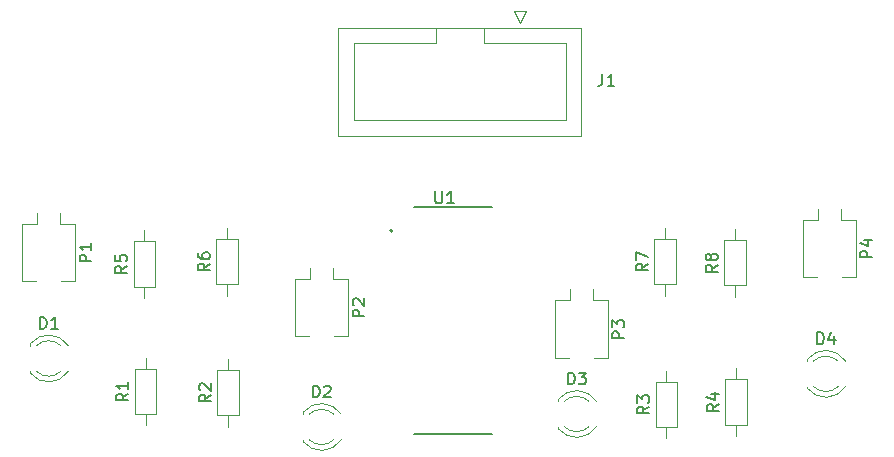
<source format=gbr>
%TF.GenerationSoftware,KiCad,Pcbnew,6.0.6-3a73a75311~116~ubuntu20.04.1*%
%TF.CreationDate,2022-08-01T12:42:22+05:30*%
%TF.ProjectId,LSA,4c53412e-6b69-4636-9164-5f7063625858,rev?*%
%TF.SameCoordinates,Original*%
%TF.FileFunction,Legend,Top*%
%TF.FilePolarity,Positive*%
%FSLAX46Y46*%
G04 Gerber Fmt 4.6, Leading zero omitted, Abs format (unit mm)*
G04 Created by KiCad (PCBNEW 6.0.6-3a73a75311~116~ubuntu20.04.1) date 2022-08-01 12:42:22*
%MOMM*%
%LPD*%
G01*
G04 APERTURE LIST*
%ADD10C,0.150000*%
%ADD11C,0.120000*%
%ADD12C,0.127000*%
%ADD13C,0.200000*%
G04 APERTURE END LIST*
D10*
%TO.C,D4*%
X118656904Y-85492380D02*
X118656904Y-84492380D01*
X118895000Y-84492380D01*
X119037857Y-84540000D01*
X119133095Y-84635238D01*
X119180714Y-84730476D01*
X119228333Y-84920952D01*
X119228333Y-85063809D01*
X119180714Y-85254285D01*
X119133095Y-85349523D01*
X119037857Y-85444761D01*
X118895000Y-85492380D01*
X118656904Y-85492380D01*
X120085476Y-84825714D02*
X120085476Y-85492380D01*
X119847380Y-84444761D02*
X119609285Y-85159047D01*
X120228333Y-85159047D01*
%TO.C,J1*%
X100486666Y-62604880D02*
X100486666Y-63319166D01*
X100439047Y-63462023D01*
X100343809Y-63557261D01*
X100200952Y-63604880D01*
X100105714Y-63604880D01*
X101486666Y-63604880D02*
X100915238Y-63604880D01*
X101200952Y-63604880D02*
X101200952Y-62604880D01*
X101105714Y-62747738D01*
X101010476Y-62842976D01*
X100915238Y-62890595D01*
%TO.C,R4*%
X110332380Y-90566666D02*
X109856190Y-90900000D01*
X110332380Y-91138095D02*
X109332380Y-91138095D01*
X109332380Y-90757142D01*
X109380000Y-90661904D01*
X109427619Y-90614285D01*
X109522857Y-90566666D01*
X109665714Y-90566666D01*
X109760952Y-90614285D01*
X109808571Y-90661904D01*
X109856190Y-90757142D01*
X109856190Y-91138095D01*
X109665714Y-89709523D02*
X110332380Y-89709523D01*
X109284761Y-89947619D02*
X109999047Y-90185714D01*
X109999047Y-89566666D01*
%TO.C,R6*%
X67232380Y-78666666D02*
X66756190Y-79000000D01*
X67232380Y-79238095D02*
X66232380Y-79238095D01*
X66232380Y-78857142D01*
X66280000Y-78761904D01*
X66327619Y-78714285D01*
X66422857Y-78666666D01*
X66565714Y-78666666D01*
X66660952Y-78714285D01*
X66708571Y-78761904D01*
X66756190Y-78857142D01*
X66756190Y-79238095D01*
X66232380Y-77809523D02*
X66232380Y-78000000D01*
X66280000Y-78095238D01*
X66327619Y-78142857D01*
X66470476Y-78238095D01*
X66660952Y-78285714D01*
X67041904Y-78285714D01*
X67137142Y-78238095D01*
X67184761Y-78190476D01*
X67232380Y-78095238D01*
X67232380Y-77904761D01*
X67184761Y-77809523D01*
X67137142Y-77761904D01*
X67041904Y-77714285D01*
X66803809Y-77714285D01*
X66708571Y-77761904D01*
X66660952Y-77809523D01*
X66613333Y-77904761D01*
X66613333Y-78095238D01*
X66660952Y-78190476D01*
X66708571Y-78238095D01*
X66803809Y-78285714D01*
%TO.C,R8*%
X110232380Y-78766666D02*
X109756190Y-79100000D01*
X110232380Y-79338095D02*
X109232380Y-79338095D01*
X109232380Y-78957142D01*
X109280000Y-78861904D01*
X109327619Y-78814285D01*
X109422857Y-78766666D01*
X109565714Y-78766666D01*
X109660952Y-78814285D01*
X109708571Y-78861904D01*
X109756190Y-78957142D01*
X109756190Y-79338095D01*
X109660952Y-78195238D02*
X109613333Y-78290476D01*
X109565714Y-78338095D01*
X109470476Y-78385714D01*
X109422857Y-78385714D01*
X109327619Y-78338095D01*
X109280000Y-78290476D01*
X109232380Y-78195238D01*
X109232380Y-78004761D01*
X109280000Y-77909523D01*
X109327619Y-77861904D01*
X109422857Y-77814285D01*
X109470476Y-77814285D01*
X109565714Y-77861904D01*
X109613333Y-77909523D01*
X109660952Y-78004761D01*
X109660952Y-78195238D01*
X109708571Y-78290476D01*
X109756190Y-78338095D01*
X109851428Y-78385714D01*
X110041904Y-78385714D01*
X110137142Y-78338095D01*
X110184761Y-78290476D01*
X110232380Y-78195238D01*
X110232380Y-78004761D01*
X110184761Y-77909523D01*
X110137142Y-77861904D01*
X110041904Y-77814285D01*
X109851428Y-77814285D01*
X109756190Y-77861904D01*
X109708571Y-77909523D01*
X109660952Y-78004761D01*
%TO.C,D1*%
X52856904Y-84192380D02*
X52856904Y-83192380D01*
X53095000Y-83192380D01*
X53237857Y-83240000D01*
X53333095Y-83335238D01*
X53380714Y-83430476D01*
X53428333Y-83620952D01*
X53428333Y-83763809D01*
X53380714Y-83954285D01*
X53333095Y-84049523D01*
X53237857Y-84144761D01*
X53095000Y-84192380D01*
X52856904Y-84192380D01*
X54380714Y-84192380D02*
X53809285Y-84192380D01*
X54095000Y-84192380D02*
X54095000Y-83192380D01*
X53999761Y-83335238D01*
X53904523Y-83430476D01*
X53809285Y-83478095D01*
%TO.C,D3*%
X97556904Y-88892380D02*
X97556904Y-87892380D01*
X97795000Y-87892380D01*
X97937857Y-87940000D01*
X98033095Y-88035238D01*
X98080714Y-88130476D01*
X98128333Y-88320952D01*
X98128333Y-88463809D01*
X98080714Y-88654285D01*
X98033095Y-88749523D01*
X97937857Y-88844761D01*
X97795000Y-88892380D01*
X97556904Y-88892380D01*
X98461666Y-87892380D02*
X99080714Y-87892380D01*
X98747380Y-88273333D01*
X98890238Y-88273333D01*
X98985476Y-88320952D01*
X99033095Y-88368571D01*
X99080714Y-88463809D01*
X99080714Y-88701904D01*
X99033095Y-88797142D01*
X98985476Y-88844761D01*
X98890238Y-88892380D01*
X98604523Y-88892380D01*
X98509285Y-88844761D01*
X98461666Y-88797142D01*
%TO.C,R3*%
X104432380Y-90766666D02*
X103956190Y-91100000D01*
X104432380Y-91338095D02*
X103432380Y-91338095D01*
X103432380Y-90957142D01*
X103480000Y-90861904D01*
X103527619Y-90814285D01*
X103622857Y-90766666D01*
X103765714Y-90766666D01*
X103860952Y-90814285D01*
X103908571Y-90861904D01*
X103956190Y-90957142D01*
X103956190Y-91338095D01*
X103432380Y-90433333D02*
X103432380Y-89814285D01*
X103813333Y-90147619D01*
X103813333Y-90004761D01*
X103860952Y-89909523D01*
X103908571Y-89861904D01*
X104003809Y-89814285D01*
X104241904Y-89814285D01*
X104337142Y-89861904D01*
X104384761Y-89909523D01*
X104432380Y-90004761D01*
X104432380Y-90290476D01*
X104384761Y-90385714D01*
X104337142Y-90433333D01*
%TO.C,P3*%
X102322380Y-84978095D02*
X101322380Y-84978095D01*
X101322380Y-84597142D01*
X101370000Y-84501904D01*
X101417619Y-84454285D01*
X101512857Y-84406666D01*
X101655714Y-84406666D01*
X101750952Y-84454285D01*
X101798571Y-84501904D01*
X101846190Y-84597142D01*
X101846190Y-84978095D01*
X101322380Y-84073333D02*
X101322380Y-83454285D01*
X101703333Y-83787619D01*
X101703333Y-83644761D01*
X101750952Y-83549523D01*
X101798571Y-83501904D01*
X101893809Y-83454285D01*
X102131904Y-83454285D01*
X102227142Y-83501904D01*
X102274761Y-83549523D01*
X102322380Y-83644761D01*
X102322380Y-83930476D01*
X102274761Y-84025714D01*
X102227142Y-84073333D01*
%TO.C,D2*%
X75956904Y-89992380D02*
X75956904Y-88992380D01*
X76195000Y-88992380D01*
X76337857Y-89040000D01*
X76433095Y-89135238D01*
X76480714Y-89230476D01*
X76528333Y-89420952D01*
X76528333Y-89563809D01*
X76480714Y-89754285D01*
X76433095Y-89849523D01*
X76337857Y-89944761D01*
X76195000Y-89992380D01*
X75956904Y-89992380D01*
X76909285Y-89087619D02*
X76956904Y-89040000D01*
X77052142Y-88992380D01*
X77290238Y-88992380D01*
X77385476Y-89040000D01*
X77433095Y-89087619D01*
X77480714Y-89182857D01*
X77480714Y-89278095D01*
X77433095Y-89420952D01*
X76861666Y-89992380D01*
X77480714Y-89992380D01*
%TO.C,R5*%
X60232380Y-78866666D02*
X59756190Y-79200000D01*
X60232380Y-79438095D02*
X59232380Y-79438095D01*
X59232380Y-79057142D01*
X59280000Y-78961904D01*
X59327619Y-78914285D01*
X59422857Y-78866666D01*
X59565714Y-78866666D01*
X59660952Y-78914285D01*
X59708571Y-78961904D01*
X59756190Y-79057142D01*
X59756190Y-79438095D01*
X59232380Y-77961904D02*
X59232380Y-78438095D01*
X59708571Y-78485714D01*
X59660952Y-78438095D01*
X59613333Y-78342857D01*
X59613333Y-78104761D01*
X59660952Y-78009523D01*
X59708571Y-77961904D01*
X59803809Y-77914285D01*
X60041904Y-77914285D01*
X60137142Y-77961904D01*
X60184761Y-78009523D01*
X60232380Y-78104761D01*
X60232380Y-78342857D01*
X60184761Y-78438095D01*
X60137142Y-78485714D01*
%TO.C,P4*%
X123322380Y-78138095D02*
X122322380Y-78138095D01*
X122322380Y-77757142D01*
X122370000Y-77661904D01*
X122417619Y-77614285D01*
X122512857Y-77566666D01*
X122655714Y-77566666D01*
X122750952Y-77614285D01*
X122798571Y-77661904D01*
X122846190Y-77757142D01*
X122846190Y-78138095D01*
X122655714Y-76709523D02*
X123322380Y-76709523D01*
X122274761Y-76947619D02*
X122989047Y-77185714D01*
X122989047Y-76566666D01*
%TO.C,U1*%
X86333595Y-72551880D02*
X86333595Y-73361404D01*
X86381214Y-73456642D01*
X86428833Y-73504261D01*
X86524071Y-73551880D01*
X86714547Y-73551880D01*
X86809785Y-73504261D01*
X86857404Y-73456642D01*
X86905023Y-73361404D01*
X86905023Y-72551880D01*
X87905023Y-73551880D02*
X87333595Y-73551880D01*
X87619309Y-73551880D02*
X87619309Y-72551880D01*
X87524071Y-72694738D01*
X87428833Y-72789976D01*
X87333595Y-72837595D01*
%TO.C,P1*%
X57222380Y-78478095D02*
X56222380Y-78478095D01*
X56222380Y-78097142D01*
X56270000Y-78001904D01*
X56317619Y-77954285D01*
X56412857Y-77906666D01*
X56555714Y-77906666D01*
X56650952Y-77954285D01*
X56698571Y-78001904D01*
X56746190Y-78097142D01*
X56746190Y-78478095D01*
X57222380Y-76954285D02*
X57222380Y-77525714D01*
X57222380Y-77240000D02*
X56222380Y-77240000D01*
X56365238Y-77335238D01*
X56460476Y-77430476D01*
X56508095Y-77525714D01*
%TO.C,R2*%
X67332380Y-89766666D02*
X66856190Y-90100000D01*
X67332380Y-90338095D02*
X66332380Y-90338095D01*
X66332380Y-89957142D01*
X66380000Y-89861904D01*
X66427619Y-89814285D01*
X66522857Y-89766666D01*
X66665714Y-89766666D01*
X66760952Y-89814285D01*
X66808571Y-89861904D01*
X66856190Y-89957142D01*
X66856190Y-90338095D01*
X66427619Y-89385714D02*
X66380000Y-89338095D01*
X66332380Y-89242857D01*
X66332380Y-89004761D01*
X66380000Y-88909523D01*
X66427619Y-88861904D01*
X66522857Y-88814285D01*
X66618095Y-88814285D01*
X66760952Y-88861904D01*
X67332380Y-89433333D01*
X67332380Y-88814285D01*
%TO.C,P2*%
X80322380Y-83138095D02*
X79322380Y-83138095D01*
X79322380Y-82757142D01*
X79370000Y-82661904D01*
X79417619Y-82614285D01*
X79512857Y-82566666D01*
X79655714Y-82566666D01*
X79750952Y-82614285D01*
X79798571Y-82661904D01*
X79846190Y-82757142D01*
X79846190Y-83138095D01*
X79417619Y-82185714D02*
X79370000Y-82138095D01*
X79322380Y-82042857D01*
X79322380Y-81804761D01*
X79370000Y-81709523D01*
X79417619Y-81661904D01*
X79512857Y-81614285D01*
X79608095Y-81614285D01*
X79750952Y-81661904D01*
X80322380Y-82233333D01*
X80322380Y-81614285D01*
%TO.C,R7*%
X104332380Y-78666666D02*
X103856190Y-79000000D01*
X104332380Y-79238095D02*
X103332380Y-79238095D01*
X103332380Y-78857142D01*
X103380000Y-78761904D01*
X103427619Y-78714285D01*
X103522857Y-78666666D01*
X103665714Y-78666666D01*
X103760952Y-78714285D01*
X103808571Y-78761904D01*
X103856190Y-78857142D01*
X103856190Y-79238095D01*
X103332380Y-78333333D02*
X103332380Y-77666666D01*
X104332380Y-78095238D01*
%TO.C,R1*%
X60332380Y-89666666D02*
X59856190Y-90000000D01*
X60332380Y-90238095D02*
X59332380Y-90238095D01*
X59332380Y-89857142D01*
X59380000Y-89761904D01*
X59427619Y-89714285D01*
X59522857Y-89666666D01*
X59665714Y-89666666D01*
X59760952Y-89714285D01*
X59808571Y-89761904D01*
X59856190Y-89857142D01*
X59856190Y-90238095D01*
X60332380Y-88714285D02*
X60332380Y-89285714D01*
X60332380Y-89000000D02*
X59332380Y-89000000D01*
X59475238Y-89095238D01*
X59570476Y-89190476D01*
X59618095Y-89285714D01*
D11*
%TO.C,D4*%
X117835000Y-86764000D02*
X117835000Y-86920000D01*
X117835000Y-89080000D02*
X117835000Y-89236000D01*
X120436130Y-86920163D02*
G75*
G03*
X118354039Y-86920000I-1041130J-1079837D01*
G01*
X121067335Y-86921392D02*
G75*
G03*
X117835000Y-86764484I-1672335J-1078608D01*
G01*
X118354039Y-89080000D02*
G75*
G03*
X120436130Y-89079837I1040961J1080000D01*
G01*
X117835000Y-89235516D02*
G75*
G03*
X121067335Y-89078608I1560000J1235516D01*
G01*
%TO.C,J1*%
X98710000Y-67830000D02*
X78130000Y-67830000D01*
X94000000Y-57320000D02*
X93000000Y-57320000D01*
X93500000Y-58320000D02*
X94000000Y-57320000D01*
X97410000Y-66520000D02*
X79430000Y-66520000D01*
X97410000Y-60020000D02*
X97410000Y-66520000D01*
X98710000Y-58710000D02*
X98710000Y-67830000D01*
X78130000Y-58710000D02*
X98710000Y-58710000D01*
X86370000Y-60020000D02*
X86370000Y-58710000D01*
X79430000Y-60020000D02*
X86370000Y-60020000D01*
X90470000Y-58710000D02*
X90470000Y-60020000D01*
X93000000Y-57320000D02*
X93500000Y-58320000D01*
X79430000Y-66520000D02*
X79430000Y-60020000D01*
X86370000Y-60020000D02*
X86370000Y-60020000D01*
X78130000Y-67830000D02*
X78130000Y-58710000D01*
X90470000Y-60020000D02*
X97410000Y-60020000D01*
%TO.C,R4*%
X111800000Y-87530000D02*
X111800000Y-88480000D01*
X111800000Y-93270000D02*
X111800000Y-92320000D01*
X110880000Y-88480000D02*
X110880000Y-92320000D01*
X112720000Y-92320000D02*
X112720000Y-88480000D01*
X110880000Y-92320000D02*
X112720000Y-92320000D01*
X112720000Y-88480000D02*
X110880000Y-88480000D01*
%TO.C,R6*%
X67780000Y-76580000D02*
X67780000Y-80420000D01*
X67780000Y-80420000D02*
X69620000Y-80420000D01*
X68700000Y-75630000D02*
X68700000Y-76580000D01*
X69620000Y-76580000D02*
X67780000Y-76580000D01*
X69620000Y-80420000D02*
X69620000Y-76580000D01*
X68700000Y-81370000D02*
X68700000Y-80420000D01*
%TO.C,R8*%
X112620000Y-76680000D02*
X110780000Y-76680000D01*
X111700000Y-75730000D02*
X111700000Y-76680000D01*
X112620000Y-80520000D02*
X112620000Y-76680000D01*
X110780000Y-76680000D02*
X110780000Y-80520000D01*
X111700000Y-81470000D02*
X111700000Y-80520000D01*
X110780000Y-80520000D02*
X112620000Y-80520000D01*
%TO.C,D1*%
X52035000Y-85464000D02*
X52035000Y-85620000D01*
X52035000Y-87780000D02*
X52035000Y-87936000D01*
X55267335Y-85621392D02*
G75*
G03*
X52035000Y-85464484I-1672335J-1078608D01*
G01*
X52035000Y-87935516D02*
G75*
G03*
X55267335Y-87778608I1560000J1235516D01*
G01*
X52554039Y-87780000D02*
G75*
G03*
X54636130Y-87779837I1040961J1080000D01*
G01*
X54636130Y-85620163D02*
G75*
G03*
X52554039Y-85620000I-1041130J-1079837D01*
G01*
%TO.C,D3*%
X99336130Y-90320163D02*
G75*
G03*
X97254039Y-90320000I-1041130J-1079837D01*
G01*
X96735000Y-92635516D02*
G75*
G03*
X99967335Y-92478608I1560000J1235516D01*
G01*
X99967335Y-90321392D02*
G75*
G03*
X96735000Y-90164484I-1672335J-1078608D01*
G01*
X97254039Y-92480000D02*
G75*
G03*
X99336130Y-92479837I1040961J1080000D01*
G01*
X96735000Y-92480000D02*
X96735000Y-92636000D01*
X96735000Y-90164000D02*
X96735000Y-90320000D01*
%TO.C,R3*%
X104980000Y-88680000D02*
X104980000Y-92520000D01*
X104980000Y-92520000D02*
X106820000Y-92520000D01*
X106820000Y-88680000D02*
X104980000Y-88680000D01*
X105900000Y-87730000D02*
X105900000Y-88680000D01*
X106820000Y-92520000D02*
X106820000Y-88680000D01*
X105900000Y-93470000D02*
X105900000Y-92520000D01*
%TO.C,P3*%
X100960000Y-86650000D02*
X99760000Y-86650000D01*
X100960000Y-81780000D02*
X99660000Y-81780000D01*
X97640000Y-86650000D02*
X96440000Y-86650000D01*
X97740000Y-81780000D02*
X97740000Y-80860000D01*
X96440000Y-86650000D02*
X96440000Y-81780000D01*
X97740000Y-81780000D02*
X96440000Y-81780000D01*
X99660000Y-81780000D02*
X99660000Y-80860000D01*
X100960000Y-81780000D02*
X100960000Y-86650000D01*
%TO.C,D2*%
X75135000Y-91264000D02*
X75135000Y-91420000D01*
X75135000Y-93580000D02*
X75135000Y-93736000D01*
X75135000Y-93735516D02*
G75*
G03*
X78367335Y-93578608I1560000J1235516D01*
G01*
X78367335Y-91421392D02*
G75*
G03*
X75135000Y-91264484I-1672335J-1078608D01*
G01*
X75654039Y-93580000D02*
G75*
G03*
X77736130Y-93579837I1040961J1080000D01*
G01*
X77736130Y-91420163D02*
G75*
G03*
X75654039Y-91420000I-1041130J-1079837D01*
G01*
%TO.C,R5*%
X62620000Y-76780000D02*
X60780000Y-76780000D01*
X60780000Y-80620000D02*
X62620000Y-80620000D01*
X61700000Y-75830000D02*
X61700000Y-76780000D01*
X60780000Y-76780000D02*
X60780000Y-80620000D01*
X62620000Y-80620000D02*
X62620000Y-76780000D01*
X61700000Y-81570000D02*
X61700000Y-80620000D01*
%TO.C,P4*%
X121960000Y-74940000D02*
X120660000Y-74940000D01*
X117440000Y-79810000D02*
X117440000Y-74940000D01*
X118640000Y-79810000D02*
X117440000Y-79810000D01*
X118740000Y-74940000D02*
X117440000Y-74940000D01*
X118740000Y-74940000D02*
X118740000Y-74020000D01*
X121960000Y-79810000D02*
X120760000Y-79810000D01*
X121960000Y-74940000D02*
X121960000Y-79810000D01*
X120660000Y-74940000D02*
X120660000Y-74020000D01*
D12*
%TO.C,U1*%
X84510500Y-93088500D02*
X91114500Y-93088500D01*
X84510500Y-73911500D02*
X91114500Y-73911500D01*
D13*
X82695000Y-75880000D02*
G75*
G03*
X82695000Y-75880000I-100000J0D01*
G01*
D11*
%TO.C,P1*%
X52640000Y-75280000D02*
X51340000Y-75280000D01*
X54560000Y-75280000D02*
X54560000Y-74360000D01*
X51340000Y-80150000D02*
X51340000Y-75280000D01*
X55860000Y-75280000D02*
X54560000Y-75280000D01*
X52540000Y-80150000D02*
X51340000Y-80150000D01*
X55860000Y-80150000D02*
X54660000Y-80150000D01*
X52640000Y-75280000D02*
X52640000Y-74360000D01*
X55860000Y-75280000D02*
X55860000Y-80150000D01*
%TO.C,R2*%
X69720000Y-91520000D02*
X69720000Y-87680000D01*
X69720000Y-87680000D02*
X67880000Y-87680000D01*
X67880000Y-91520000D02*
X69720000Y-91520000D01*
X68800000Y-86730000D02*
X68800000Y-87680000D01*
X68800000Y-92470000D02*
X68800000Y-91520000D01*
X67880000Y-87680000D02*
X67880000Y-91520000D01*
%TO.C,P2*%
X78960000Y-84810000D02*
X77760000Y-84810000D01*
X75740000Y-79940000D02*
X74440000Y-79940000D01*
X74440000Y-84810000D02*
X74440000Y-79940000D01*
X77660000Y-79940000D02*
X77660000Y-79020000D01*
X78960000Y-79940000D02*
X78960000Y-84810000D01*
X78960000Y-79940000D02*
X77660000Y-79940000D01*
X75740000Y-79940000D02*
X75740000Y-79020000D01*
X75640000Y-84810000D02*
X74440000Y-84810000D01*
%TO.C,R7*%
X105800000Y-75630000D02*
X105800000Y-76580000D01*
X104880000Y-80420000D02*
X106720000Y-80420000D01*
X106720000Y-80420000D02*
X106720000Y-76580000D01*
X104880000Y-76580000D02*
X104880000Y-80420000D01*
X106720000Y-76580000D02*
X104880000Y-76580000D01*
X105800000Y-81370000D02*
X105800000Y-80420000D01*
%TO.C,R1*%
X60880000Y-87580000D02*
X60880000Y-91420000D01*
X62720000Y-91420000D02*
X62720000Y-87580000D01*
X62720000Y-87580000D02*
X60880000Y-87580000D01*
X61800000Y-86630000D02*
X61800000Y-87580000D01*
X61800000Y-92370000D02*
X61800000Y-91420000D01*
X60880000Y-91420000D02*
X62720000Y-91420000D01*
%TD*%
M02*

</source>
